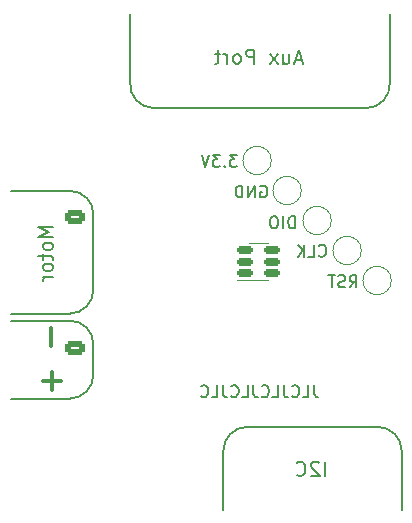
<source format=gbr>
%TF.GenerationSoftware,KiCad,Pcbnew,8.0.3*%
%TF.CreationDate,2024-10-19T15:47:34-04:00*%
%TF.ProjectId,Axis_Basic,41786973-5f42-4617-9369-632e6b696361,rev?*%
%TF.SameCoordinates,Original*%
%TF.FileFunction,Legend,Bot*%
%TF.FilePolarity,Positive*%
%FSLAX46Y46*%
G04 Gerber Fmt 4.6, Leading zero omitted, Abs format (unit mm)*
G04 Created by KiCad (PCBNEW 8.0.3) date 2024-10-19 15:47:34*
%MOMM*%
%LPD*%
G01*
G04 APERTURE LIST*
G04 Aperture macros list*
%AMRoundRect*
0 Rectangle with rounded corners*
0 $1 Rounding radius*
0 $2 $3 $4 $5 $6 $7 $8 $9 X,Y pos of 4 corners*
0 Add a 4 corners polygon primitive as box body*
4,1,4,$2,$3,$4,$5,$6,$7,$8,$9,$2,$3,0*
0 Add four circle primitives for the rounded corners*
1,1,$1+$1,$2,$3*
1,1,$1+$1,$4,$5*
1,1,$1+$1,$6,$7*
1,1,$1+$1,$8,$9*
0 Add four rect primitives between the rounded corners*
20,1,$1+$1,$2,$3,$4,$5,0*
20,1,$1+$1,$4,$5,$6,$7,0*
20,1,$1+$1,$6,$7,$8,$9,0*
20,1,$1+$1,$8,$9,$2,$3,0*%
G04 Aperture macros list end*
%ADD10C,0.150000*%
%ADD11C,0.300000*%
%ADD12C,0.120000*%
%ADD13RoundRect,0.250000X-0.625000X0.350000X-0.625000X-0.350000X0.625000X-0.350000X0.625000X0.350000X0*%
%ADD14O,1.750000X1.200000*%
%ADD15C,5.500000*%
%ADD16C,0.650000*%
%ADD17O,2.100000X1.000000*%
%ADD18O,1.800000X1.000000*%
%ADD19C,2.000000*%
%ADD20RoundRect,0.150000X-0.512500X-0.150000X0.512500X-0.150000X0.512500X0.150000X-0.512500X0.150000X0*%
G04 APERTURE END LIST*
D10*
X136000000Y-96000000D02*
X136000050Y-102385786D01*
X141114214Y-86994396D02*
G75*
G02*
X139114216Y-84800000I-14J2008596D01*
G01*
X134000000Y-94000000D02*
X129000000Y-94000000D01*
X134000000Y-94000000D02*
G75*
G02*
X136000000Y-96000000I0J-2000000D01*
G01*
X162100000Y-116000000D02*
X162100000Y-121000000D01*
X134000000Y-111600000D02*
X129000000Y-111600000D01*
X147000000Y-116000000D02*
X147000000Y-121000000D01*
X160100000Y-114000000D02*
X149000000Y-114000000D01*
X161099999Y-84900000D02*
G75*
G02*
X159085786Y-87001826I-2014199J-85800D01*
G01*
X147000000Y-116000000D02*
G75*
G02*
X149000000Y-114000000I2000000J0D01*
G01*
X139114215Y-84800000D02*
X139100000Y-79000000D01*
X161099999Y-84900000D02*
X161100000Y-79000000D01*
X160100000Y-114000000D02*
G75*
G02*
X162100000Y-116000000I0J-2000000D01*
G01*
X136000000Y-109585786D02*
G75*
G02*
X134000000Y-111585800I-2000000J-14D01*
G01*
X136000050Y-102385786D02*
G75*
G02*
X134000000Y-104400000I-2014250J-14D01*
G01*
X134000000Y-105000000D02*
G75*
G02*
X136000000Y-107000000I0J-2000000D01*
G01*
X134000000Y-104400000D02*
X129000000Y-104400000D01*
X136000000Y-107000000D02*
X136000000Y-109585786D01*
X134000000Y-105000000D02*
X129000000Y-105000000D01*
X159085786Y-86985786D02*
X141114214Y-86985786D01*
D11*
X133226441Y-110122266D02*
X131702632Y-110122266D01*
X132464536Y-109360361D02*
X132464536Y-110884171D01*
D10*
X154677506Y-110469819D02*
X154677506Y-111184104D01*
X154677506Y-111184104D02*
X154725125Y-111326961D01*
X154725125Y-111326961D02*
X154820363Y-111422200D01*
X154820363Y-111422200D02*
X154963220Y-111469819D01*
X154963220Y-111469819D02*
X155058458Y-111469819D01*
X153725125Y-111469819D02*
X154201315Y-111469819D01*
X154201315Y-111469819D02*
X154201315Y-110469819D01*
X152820363Y-111374580D02*
X152867982Y-111422200D01*
X152867982Y-111422200D02*
X153010839Y-111469819D01*
X153010839Y-111469819D02*
X153106077Y-111469819D01*
X153106077Y-111469819D02*
X153248934Y-111422200D01*
X153248934Y-111422200D02*
X153344172Y-111326961D01*
X153344172Y-111326961D02*
X153391791Y-111231723D01*
X153391791Y-111231723D02*
X153439410Y-111041247D01*
X153439410Y-111041247D02*
X153439410Y-110898390D01*
X153439410Y-110898390D02*
X153391791Y-110707914D01*
X153391791Y-110707914D02*
X153344172Y-110612676D01*
X153344172Y-110612676D02*
X153248934Y-110517438D01*
X153248934Y-110517438D02*
X153106077Y-110469819D01*
X153106077Y-110469819D02*
X153010839Y-110469819D01*
X153010839Y-110469819D02*
X152867982Y-110517438D01*
X152867982Y-110517438D02*
X152820363Y-110565057D01*
X152106077Y-110469819D02*
X152106077Y-111184104D01*
X152106077Y-111184104D02*
X152153696Y-111326961D01*
X152153696Y-111326961D02*
X152248934Y-111422200D01*
X152248934Y-111422200D02*
X152391791Y-111469819D01*
X152391791Y-111469819D02*
X152487029Y-111469819D01*
X151153696Y-111469819D02*
X151629886Y-111469819D01*
X151629886Y-111469819D02*
X151629886Y-110469819D01*
X150248934Y-111374580D02*
X150296553Y-111422200D01*
X150296553Y-111422200D02*
X150439410Y-111469819D01*
X150439410Y-111469819D02*
X150534648Y-111469819D01*
X150534648Y-111469819D02*
X150677505Y-111422200D01*
X150677505Y-111422200D02*
X150772743Y-111326961D01*
X150772743Y-111326961D02*
X150820362Y-111231723D01*
X150820362Y-111231723D02*
X150867981Y-111041247D01*
X150867981Y-111041247D02*
X150867981Y-110898390D01*
X150867981Y-110898390D02*
X150820362Y-110707914D01*
X150820362Y-110707914D02*
X150772743Y-110612676D01*
X150772743Y-110612676D02*
X150677505Y-110517438D01*
X150677505Y-110517438D02*
X150534648Y-110469819D01*
X150534648Y-110469819D02*
X150439410Y-110469819D01*
X150439410Y-110469819D02*
X150296553Y-110517438D01*
X150296553Y-110517438D02*
X150248934Y-110565057D01*
X149534648Y-110469819D02*
X149534648Y-111184104D01*
X149534648Y-111184104D02*
X149582267Y-111326961D01*
X149582267Y-111326961D02*
X149677505Y-111422200D01*
X149677505Y-111422200D02*
X149820362Y-111469819D01*
X149820362Y-111469819D02*
X149915600Y-111469819D01*
X148582267Y-111469819D02*
X149058457Y-111469819D01*
X149058457Y-111469819D02*
X149058457Y-110469819D01*
X147677505Y-111374580D02*
X147725124Y-111422200D01*
X147725124Y-111422200D02*
X147867981Y-111469819D01*
X147867981Y-111469819D02*
X147963219Y-111469819D01*
X147963219Y-111469819D02*
X148106076Y-111422200D01*
X148106076Y-111422200D02*
X148201314Y-111326961D01*
X148201314Y-111326961D02*
X148248933Y-111231723D01*
X148248933Y-111231723D02*
X148296552Y-111041247D01*
X148296552Y-111041247D02*
X148296552Y-110898390D01*
X148296552Y-110898390D02*
X148248933Y-110707914D01*
X148248933Y-110707914D02*
X148201314Y-110612676D01*
X148201314Y-110612676D02*
X148106076Y-110517438D01*
X148106076Y-110517438D02*
X147963219Y-110469819D01*
X147963219Y-110469819D02*
X147867981Y-110469819D01*
X147867981Y-110469819D02*
X147725124Y-110517438D01*
X147725124Y-110517438D02*
X147677505Y-110565057D01*
X146963219Y-110469819D02*
X146963219Y-111184104D01*
X146963219Y-111184104D02*
X147010838Y-111326961D01*
X147010838Y-111326961D02*
X147106076Y-111422200D01*
X147106076Y-111422200D02*
X147248933Y-111469819D01*
X147248933Y-111469819D02*
X147344171Y-111469819D01*
X146010838Y-111469819D02*
X146487028Y-111469819D01*
X146487028Y-111469819D02*
X146487028Y-110469819D01*
X145106076Y-111374580D02*
X145153695Y-111422200D01*
X145153695Y-111422200D02*
X145296552Y-111469819D01*
X145296552Y-111469819D02*
X145391790Y-111469819D01*
X145391790Y-111469819D02*
X145534647Y-111422200D01*
X145534647Y-111422200D02*
X145629885Y-111326961D01*
X145629885Y-111326961D02*
X145677504Y-111231723D01*
X145677504Y-111231723D02*
X145725123Y-111041247D01*
X145725123Y-111041247D02*
X145725123Y-110898390D01*
X145725123Y-110898390D02*
X145677504Y-110707914D01*
X145677504Y-110707914D02*
X145629885Y-110612676D01*
X145629885Y-110612676D02*
X145534647Y-110517438D01*
X145534647Y-110517438D02*
X145391790Y-110469819D01*
X145391790Y-110469819D02*
X145296552Y-110469819D01*
X145296552Y-110469819D02*
X145153695Y-110517438D01*
X145153695Y-110517438D02*
X145106076Y-110565057D01*
X148158458Y-90969819D02*
X147539411Y-90969819D01*
X147539411Y-90969819D02*
X147872744Y-91350771D01*
X147872744Y-91350771D02*
X147729887Y-91350771D01*
X147729887Y-91350771D02*
X147634649Y-91398390D01*
X147634649Y-91398390D02*
X147587030Y-91446009D01*
X147587030Y-91446009D02*
X147539411Y-91541247D01*
X147539411Y-91541247D02*
X147539411Y-91779342D01*
X147539411Y-91779342D02*
X147587030Y-91874580D01*
X147587030Y-91874580D02*
X147634649Y-91922200D01*
X147634649Y-91922200D02*
X147729887Y-91969819D01*
X147729887Y-91969819D02*
X148015601Y-91969819D01*
X148015601Y-91969819D02*
X148110839Y-91922200D01*
X148110839Y-91922200D02*
X148158458Y-91874580D01*
X147110839Y-91874580D02*
X147063220Y-91922200D01*
X147063220Y-91922200D02*
X147110839Y-91969819D01*
X147110839Y-91969819D02*
X147158458Y-91922200D01*
X147158458Y-91922200D02*
X147110839Y-91874580D01*
X147110839Y-91874580D02*
X147110839Y-91969819D01*
X146729887Y-90969819D02*
X146110840Y-90969819D01*
X146110840Y-90969819D02*
X146444173Y-91350771D01*
X146444173Y-91350771D02*
X146301316Y-91350771D01*
X146301316Y-91350771D02*
X146206078Y-91398390D01*
X146206078Y-91398390D02*
X146158459Y-91446009D01*
X146158459Y-91446009D02*
X146110840Y-91541247D01*
X146110840Y-91541247D02*
X146110840Y-91779342D01*
X146110840Y-91779342D02*
X146158459Y-91874580D01*
X146158459Y-91874580D02*
X146206078Y-91922200D01*
X146206078Y-91922200D02*
X146301316Y-91969819D01*
X146301316Y-91969819D02*
X146587030Y-91969819D01*
X146587030Y-91969819D02*
X146682268Y-91922200D01*
X146682268Y-91922200D02*
X146729887Y-91874580D01*
X145825125Y-90969819D02*
X145491792Y-91969819D01*
X145491792Y-91969819D02*
X145158459Y-90969819D01*
X155091792Y-99474580D02*
X155139411Y-99522200D01*
X155139411Y-99522200D02*
X155282268Y-99569819D01*
X155282268Y-99569819D02*
X155377506Y-99569819D01*
X155377506Y-99569819D02*
X155520363Y-99522200D01*
X155520363Y-99522200D02*
X155615601Y-99426961D01*
X155615601Y-99426961D02*
X155663220Y-99331723D01*
X155663220Y-99331723D02*
X155710839Y-99141247D01*
X155710839Y-99141247D02*
X155710839Y-98998390D01*
X155710839Y-98998390D02*
X155663220Y-98807914D01*
X155663220Y-98807914D02*
X155615601Y-98712676D01*
X155615601Y-98712676D02*
X155520363Y-98617438D01*
X155520363Y-98617438D02*
X155377506Y-98569819D01*
X155377506Y-98569819D02*
X155282268Y-98569819D01*
X155282268Y-98569819D02*
X155139411Y-98617438D01*
X155139411Y-98617438D02*
X155091792Y-98665057D01*
X154187030Y-99569819D02*
X154663220Y-99569819D01*
X154663220Y-99569819D02*
X154663220Y-98569819D01*
X153853696Y-99569819D02*
X153853696Y-98569819D01*
X153282268Y-99569819D02*
X153710839Y-98998390D01*
X153282268Y-98569819D02*
X153853696Y-99141247D01*
X155615601Y-118145342D02*
X155615601Y-116945342D01*
X155101315Y-117059628D02*
X155044172Y-117002485D01*
X155044172Y-117002485D02*
X154929887Y-116945342D01*
X154929887Y-116945342D02*
X154644172Y-116945342D01*
X154644172Y-116945342D02*
X154529887Y-117002485D01*
X154529887Y-117002485D02*
X154472744Y-117059628D01*
X154472744Y-117059628D02*
X154415601Y-117173914D01*
X154415601Y-117173914D02*
X154415601Y-117288200D01*
X154415601Y-117288200D02*
X154472744Y-117459628D01*
X154472744Y-117459628D02*
X155158458Y-118145342D01*
X155158458Y-118145342D02*
X154415601Y-118145342D01*
X153215601Y-118031057D02*
X153272744Y-118088200D01*
X153272744Y-118088200D02*
X153444172Y-118145342D01*
X153444172Y-118145342D02*
X153558458Y-118145342D01*
X153558458Y-118145342D02*
X153729887Y-118088200D01*
X153729887Y-118088200D02*
X153844172Y-117973914D01*
X153844172Y-117973914D02*
X153901315Y-117859628D01*
X153901315Y-117859628D02*
X153958458Y-117631057D01*
X153958458Y-117631057D02*
X153958458Y-117459628D01*
X153958458Y-117459628D02*
X153901315Y-117231057D01*
X153901315Y-117231057D02*
X153844172Y-117116771D01*
X153844172Y-117116771D02*
X153729887Y-117002485D01*
X153729887Y-117002485D02*
X153558458Y-116945342D01*
X153558458Y-116945342D02*
X153444172Y-116945342D01*
X153444172Y-116945342D02*
X153272744Y-117002485D01*
X153272744Y-117002485D02*
X153215601Y-117059628D01*
X150139411Y-93617438D02*
X150234649Y-93569819D01*
X150234649Y-93569819D02*
X150377506Y-93569819D01*
X150377506Y-93569819D02*
X150520363Y-93617438D01*
X150520363Y-93617438D02*
X150615601Y-93712676D01*
X150615601Y-93712676D02*
X150663220Y-93807914D01*
X150663220Y-93807914D02*
X150710839Y-93998390D01*
X150710839Y-93998390D02*
X150710839Y-94141247D01*
X150710839Y-94141247D02*
X150663220Y-94331723D01*
X150663220Y-94331723D02*
X150615601Y-94426961D01*
X150615601Y-94426961D02*
X150520363Y-94522200D01*
X150520363Y-94522200D02*
X150377506Y-94569819D01*
X150377506Y-94569819D02*
X150282268Y-94569819D01*
X150282268Y-94569819D02*
X150139411Y-94522200D01*
X150139411Y-94522200D02*
X150091792Y-94474580D01*
X150091792Y-94474580D02*
X150091792Y-94141247D01*
X150091792Y-94141247D02*
X150282268Y-94141247D01*
X149663220Y-94569819D02*
X149663220Y-93569819D01*
X149663220Y-93569819D02*
X149091792Y-94569819D01*
X149091792Y-94569819D02*
X149091792Y-93569819D01*
X148615601Y-94569819D02*
X148615601Y-93569819D01*
X148615601Y-93569819D02*
X148377506Y-93569819D01*
X148377506Y-93569819D02*
X148234649Y-93617438D01*
X148234649Y-93617438D02*
X148139411Y-93712676D01*
X148139411Y-93712676D02*
X148091792Y-93807914D01*
X148091792Y-93807914D02*
X148044173Y-93998390D01*
X148044173Y-93998390D02*
X148044173Y-94141247D01*
X148044173Y-94141247D02*
X148091792Y-94331723D01*
X148091792Y-94331723D02*
X148139411Y-94426961D01*
X148139411Y-94426961D02*
X148234649Y-94522200D01*
X148234649Y-94522200D02*
X148377506Y-94569819D01*
X148377506Y-94569819D02*
X148615601Y-94569819D01*
X153672744Y-82902485D02*
X153101316Y-82902485D01*
X153787030Y-83245342D02*
X153387030Y-82045342D01*
X153387030Y-82045342D02*
X152987030Y-83245342D01*
X152072745Y-82445342D02*
X152072745Y-83245342D01*
X152587030Y-82445342D02*
X152587030Y-83073914D01*
X152587030Y-83073914D02*
X152529887Y-83188200D01*
X152529887Y-83188200D02*
X152415602Y-83245342D01*
X152415602Y-83245342D02*
X152244173Y-83245342D01*
X152244173Y-83245342D02*
X152129887Y-83188200D01*
X152129887Y-83188200D02*
X152072745Y-83131057D01*
X151615602Y-83245342D02*
X150987031Y-82445342D01*
X151615602Y-82445342D02*
X150987031Y-83245342D01*
X149615601Y-83245342D02*
X149615601Y-82045342D01*
X149615601Y-82045342D02*
X149158458Y-82045342D01*
X149158458Y-82045342D02*
X149044173Y-82102485D01*
X149044173Y-82102485D02*
X148987030Y-82159628D01*
X148987030Y-82159628D02*
X148929887Y-82273914D01*
X148929887Y-82273914D02*
X148929887Y-82445342D01*
X148929887Y-82445342D02*
X148987030Y-82559628D01*
X148987030Y-82559628D02*
X149044173Y-82616771D01*
X149044173Y-82616771D02*
X149158458Y-82673914D01*
X149158458Y-82673914D02*
X149615601Y-82673914D01*
X148244173Y-83245342D02*
X148358458Y-83188200D01*
X148358458Y-83188200D02*
X148415601Y-83131057D01*
X148415601Y-83131057D02*
X148472744Y-83016771D01*
X148472744Y-83016771D02*
X148472744Y-82673914D01*
X148472744Y-82673914D02*
X148415601Y-82559628D01*
X148415601Y-82559628D02*
X148358458Y-82502485D01*
X148358458Y-82502485D02*
X148244173Y-82445342D01*
X148244173Y-82445342D02*
X148072744Y-82445342D01*
X148072744Y-82445342D02*
X147958458Y-82502485D01*
X147958458Y-82502485D02*
X147901316Y-82559628D01*
X147901316Y-82559628D02*
X147844173Y-82673914D01*
X147844173Y-82673914D02*
X147844173Y-83016771D01*
X147844173Y-83016771D02*
X147901316Y-83131057D01*
X147901316Y-83131057D02*
X147958458Y-83188200D01*
X147958458Y-83188200D02*
X148072744Y-83245342D01*
X148072744Y-83245342D02*
X148244173Y-83245342D01*
X147329887Y-83245342D02*
X147329887Y-82445342D01*
X147329887Y-82673914D02*
X147272744Y-82559628D01*
X147272744Y-82559628D02*
X147215602Y-82502485D01*
X147215602Y-82502485D02*
X147101316Y-82445342D01*
X147101316Y-82445342D02*
X146987030Y-82445342D01*
X146758459Y-82445342D02*
X146301316Y-82445342D01*
X146587030Y-82045342D02*
X146587030Y-83073914D01*
X146587030Y-83073914D02*
X146529887Y-83188200D01*
X146529887Y-83188200D02*
X146415602Y-83245342D01*
X146415602Y-83245342D02*
X146301316Y-83245342D01*
D11*
X132377733Y-107126441D02*
X132377733Y-105602632D01*
D10*
X132545342Y-97084398D02*
X131345342Y-97084398D01*
X131345342Y-97084398D02*
X132202485Y-97484398D01*
X132202485Y-97484398D02*
X131345342Y-97884398D01*
X131345342Y-97884398D02*
X132545342Y-97884398D01*
X132545342Y-98627255D02*
X132488200Y-98512970D01*
X132488200Y-98512970D02*
X132431057Y-98455827D01*
X132431057Y-98455827D02*
X132316771Y-98398684D01*
X132316771Y-98398684D02*
X131973914Y-98398684D01*
X131973914Y-98398684D02*
X131859628Y-98455827D01*
X131859628Y-98455827D02*
X131802485Y-98512970D01*
X131802485Y-98512970D02*
X131745342Y-98627255D01*
X131745342Y-98627255D02*
X131745342Y-98798684D01*
X131745342Y-98798684D02*
X131802485Y-98912970D01*
X131802485Y-98912970D02*
X131859628Y-98970113D01*
X131859628Y-98970113D02*
X131973914Y-99027255D01*
X131973914Y-99027255D02*
X132316771Y-99027255D01*
X132316771Y-99027255D02*
X132431057Y-98970113D01*
X132431057Y-98970113D02*
X132488200Y-98912970D01*
X132488200Y-98912970D02*
X132545342Y-98798684D01*
X132545342Y-98798684D02*
X132545342Y-98627255D01*
X131745342Y-99370112D02*
X131745342Y-99827255D01*
X131345342Y-99541541D02*
X132373914Y-99541541D01*
X132373914Y-99541541D02*
X132488200Y-99598684D01*
X132488200Y-99598684D02*
X132545342Y-99712969D01*
X132545342Y-99712969D02*
X132545342Y-99827255D01*
X132545342Y-100398683D02*
X132488200Y-100284398D01*
X132488200Y-100284398D02*
X132431057Y-100227255D01*
X132431057Y-100227255D02*
X132316771Y-100170112D01*
X132316771Y-100170112D02*
X131973914Y-100170112D01*
X131973914Y-100170112D02*
X131859628Y-100227255D01*
X131859628Y-100227255D02*
X131802485Y-100284398D01*
X131802485Y-100284398D02*
X131745342Y-100398683D01*
X131745342Y-100398683D02*
X131745342Y-100570112D01*
X131745342Y-100570112D02*
X131802485Y-100684398D01*
X131802485Y-100684398D02*
X131859628Y-100741541D01*
X131859628Y-100741541D02*
X131973914Y-100798683D01*
X131973914Y-100798683D02*
X132316771Y-100798683D01*
X132316771Y-100798683D02*
X132431057Y-100741541D01*
X132431057Y-100741541D02*
X132488200Y-100684398D01*
X132488200Y-100684398D02*
X132545342Y-100570112D01*
X132545342Y-100570112D02*
X132545342Y-100398683D01*
X132545342Y-101312969D02*
X131745342Y-101312969D01*
X131973914Y-101312969D02*
X131859628Y-101370112D01*
X131859628Y-101370112D02*
X131802485Y-101427255D01*
X131802485Y-101427255D02*
X131745342Y-101541540D01*
X131745342Y-101541540D02*
X131745342Y-101655826D01*
X157691792Y-102169819D02*
X158025125Y-101693628D01*
X158263220Y-102169819D02*
X158263220Y-101169819D01*
X158263220Y-101169819D02*
X157882268Y-101169819D01*
X157882268Y-101169819D02*
X157787030Y-101217438D01*
X157787030Y-101217438D02*
X157739411Y-101265057D01*
X157739411Y-101265057D02*
X157691792Y-101360295D01*
X157691792Y-101360295D02*
X157691792Y-101503152D01*
X157691792Y-101503152D02*
X157739411Y-101598390D01*
X157739411Y-101598390D02*
X157787030Y-101646009D01*
X157787030Y-101646009D02*
X157882268Y-101693628D01*
X157882268Y-101693628D02*
X158263220Y-101693628D01*
X157310839Y-102122200D02*
X157167982Y-102169819D01*
X157167982Y-102169819D02*
X156929887Y-102169819D01*
X156929887Y-102169819D02*
X156834649Y-102122200D01*
X156834649Y-102122200D02*
X156787030Y-102074580D01*
X156787030Y-102074580D02*
X156739411Y-101979342D01*
X156739411Y-101979342D02*
X156739411Y-101884104D01*
X156739411Y-101884104D02*
X156787030Y-101788866D01*
X156787030Y-101788866D02*
X156834649Y-101741247D01*
X156834649Y-101741247D02*
X156929887Y-101693628D01*
X156929887Y-101693628D02*
X157120363Y-101646009D01*
X157120363Y-101646009D02*
X157215601Y-101598390D01*
X157215601Y-101598390D02*
X157263220Y-101550771D01*
X157263220Y-101550771D02*
X157310839Y-101455533D01*
X157310839Y-101455533D02*
X157310839Y-101360295D01*
X157310839Y-101360295D02*
X157263220Y-101265057D01*
X157263220Y-101265057D02*
X157215601Y-101217438D01*
X157215601Y-101217438D02*
X157120363Y-101169819D01*
X157120363Y-101169819D02*
X156882268Y-101169819D01*
X156882268Y-101169819D02*
X156739411Y-101217438D01*
X156453696Y-101169819D02*
X155882268Y-101169819D01*
X156167982Y-102169819D02*
X156167982Y-101169819D01*
X153063220Y-97169819D02*
X153063220Y-96169819D01*
X153063220Y-96169819D02*
X152825125Y-96169819D01*
X152825125Y-96169819D02*
X152682268Y-96217438D01*
X152682268Y-96217438D02*
X152587030Y-96312676D01*
X152587030Y-96312676D02*
X152539411Y-96407914D01*
X152539411Y-96407914D02*
X152491792Y-96598390D01*
X152491792Y-96598390D02*
X152491792Y-96741247D01*
X152491792Y-96741247D02*
X152539411Y-96931723D01*
X152539411Y-96931723D02*
X152587030Y-97026961D01*
X152587030Y-97026961D02*
X152682268Y-97122200D01*
X152682268Y-97122200D02*
X152825125Y-97169819D01*
X152825125Y-97169819D02*
X153063220Y-97169819D01*
X152063220Y-97169819D02*
X152063220Y-96169819D01*
X151396554Y-96169819D02*
X151206078Y-96169819D01*
X151206078Y-96169819D02*
X151110840Y-96217438D01*
X151110840Y-96217438D02*
X151015602Y-96312676D01*
X151015602Y-96312676D02*
X150967983Y-96503152D01*
X150967983Y-96503152D02*
X150967983Y-96836485D01*
X150967983Y-96836485D02*
X151015602Y-97026961D01*
X151015602Y-97026961D02*
X151110840Y-97122200D01*
X151110840Y-97122200D02*
X151206078Y-97169819D01*
X151206078Y-97169819D02*
X151396554Y-97169819D01*
X151396554Y-97169819D02*
X151491792Y-97122200D01*
X151491792Y-97122200D02*
X151587030Y-97026961D01*
X151587030Y-97026961D02*
X151634649Y-96836485D01*
X151634649Y-96836485D02*
X151634649Y-96503152D01*
X151634649Y-96503152D02*
X151587030Y-96312676D01*
X151587030Y-96312676D02*
X151491792Y-96217438D01*
X151491792Y-96217438D02*
X151396554Y-96169819D01*
D12*
%TO.C,GND1*%
X153600000Y-93980000D02*
G75*
G02*
X151200000Y-93980000I-1200000J0D01*
G01*
X151200000Y-93980000D02*
G75*
G02*
X153600000Y-93980000I1200000J0D01*
G01*
%TO.C,CLK1*%
X158680000Y-99060000D02*
G75*
G02*
X156280000Y-99060000I-1200000J0D01*
G01*
X156280000Y-99060000D02*
G75*
G02*
X158680000Y-99060000I1200000J0D01*
G01*
%TO.C,U1*%
X150000000Y-98440000D02*
X149200000Y-98440000D01*
X150000000Y-98440000D02*
X150800000Y-98440000D01*
X150000000Y-101560000D02*
X148200000Y-101560000D01*
X150000000Y-101560000D02*
X150800000Y-101560000D01*
%TO.C,3.3V1*%
X151060000Y-91440000D02*
G75*
G02*
X148660000Y-91440000I-1200000J0D01*
G01*
X148660000Y-91440000D02*
G75*
G02*
X151060000Y-91440000I1200000J0D01*
G01*
%TO.C,RST1*%
X161220000Y-101600000D02*
G75*
G02*
X158820000Y-101600000I-1200000J0D01*
G01*
X158820000Y-101600000D02*
G75*
G02*
X161220000Y-101600000I1200000J0D01*
G01*
%TO.C,SIO1*%
X156140000Y-96520000D02*
G75*
G02*
X153740000Y-96520000I-1200000J0D01*
G01*
X153740000Y-96520000D02*
G75*
G02*
X156140000Y-96520000I1200000J0D01*
G01*
%TD*%
%LPC*%
D13*
%TO.C,J5*%
X134450000Y-107300000D03*
D14*
X134450000Y-109300000D03*
%TD*%
D15*
%TO.C,H1*%
X165500000Y-115500000D03*
%TD*%
D13*
%TO.C,J2*%
X134432353Y-96229412D03*
D14*
X134432353Y-98229412D03*
X134432353Y-100229412D03*
X134432353Y-102229412D03*
%TD*%
D15*
%TO.C,H4*%
X165500000Y-84500000D03*
%TD*%
%TO.C,H3*%
X134500000Y-84500000D03*
%TD*%
D16*
%TO.C,J1*%
X165995000Y-109540000D03*
X165995000Y-103760000D03*
D17*
X165495000Y-110970000D03*
D18*
X169675000Y-110970000D03*
D17*
X165495000Y-102330000D03*
D18*
X169675000Y-102330000D03*
%TD*%
D15*
%TO.C,H2*%
X134500000Y-115500000D03*
%TD*%
D19*
%TO.C,GND1*%
X152400000Y-93980000D03*
%TD*%
%TO.C,CLK1*%
X157480000Y-99060000D03*
%TD*%
D20*
%TO.C,U1*%
X148862500Y-100950000D03*
X148862500Y-100000000D03*
X148862500Y-99050000D03*
X151137500Y-99050000D03*
X151137500Y-100000000D03*
X151137500Y-100950000D03*
%TD*%
D19*
%TO.C,3.3V1*%
X149860000Y-91440000D03*
%TD*%
%TO.C,RST1*%
X160020000Y-101600000D03*
%TD*%
%TO.C,SIO1*%
X154940000Y-96520000D03*
%TD*%
%LPD*%
M02*

</source>
